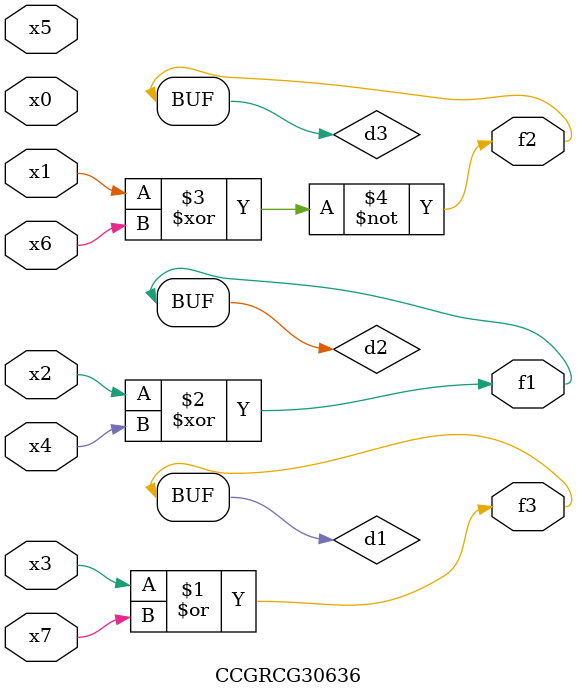
<source format=v>
module CCGRCG30636(
	input x0, x1, x2, x3, x4, x5, x6, x7,
	output f1, f2, f3
);

	wire d1, d2, d3;

	or (d1, x3, x7);
	xor (d2, x2, x4);
	xnor (d3, x1, x6);
	assign f1 = d2;
	assign f2 = d3;
	assign f3 = d1;
endmodule

</source>
